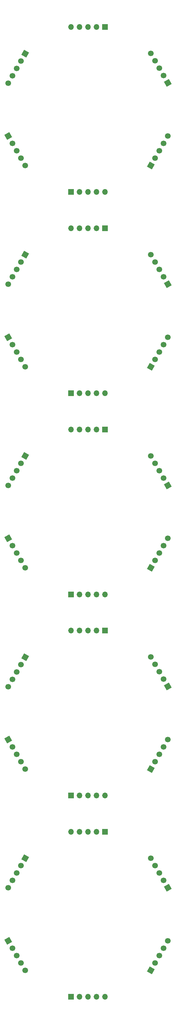
<source format=gbr>
%TF.GenerationSoftware,KiCad,Pcbnew,8.0.8*%
%TF.CreationDate,2025-04-07T12:48:12-04:00*%
%TF.ProjectId,pcb_tile_game_tile_panelized,7063625f-7469-46c6-955f-67616d655f74,rev?*%
%TF.SameCoordinates,Original*%
%TF.FileFunction,Soldermask,Bot*%
%TF.FilePolarity,Negative*%
%FSLAX46Y46*%
G04 Gerber Fmt 4.6, Leading zero omitted, Abs format (unit mm)*
G04 Created by KiCad (PCBNEW 8.0.8) date 2025-04-07 12:48:12*
%MOMM*%
%LPD*%
G01*
G04 APERTURE LIST*
G04 Aperture macros list*
%AMHorizOval*
0 Thick line with rounded ends*
0 $1 width*
0 $2 $3 position (X,Y) of the first rounded end (center of the circle)*
0 $4 $5 position (X,Y) of the second rounded end (center of the circle)*
0 Add line between two ends*
20,1,$1,$2,$3,$4,$5,0*
0 Add two circle primitives to create the rounded ends*
1,1,$1,$2,$3*
1,1,$1,$4,$5*%
%AMRotRect*
0 Rectangle, with rotation*
0 The origin of the aperture is its center*
0 $1 length*
0 $2 width*
0 $3 Rotation angle, in degrees counterclockwise*
0 Add horizontal line*
21,1,$1,$2,0,0,$3*%
G04 Aperture macros list end*
%ADD10R,1.700000X1.700000*%
%ADD11O,1.700000X1.700000*%
%ADD12RotRect,1.700000X1.700000X150.000000*%
%ADD13HorizOval,1.700000X0.000000X0.000000X0.000000X0.000000X0*%
%ADD14RotRect,1.700000X1.700000X330.000000*%
%ADD15HorizOval,1.700000X0.000000X0.000000X0.000000X0.000000X0*%
%ADD16RotRect,1.700000X1.700000X210.000000*%
%ADD17HorizOval,1.700000X0.000000X0.000000X0.000000X0.000000X0*%
%ADD18RotRect,1.700000X1.700000X30.000000*%
%ADD19HorizOval,1.700000X0.000000X0.000000X0.000000X0.000000X0*%
G04 APERTURE END LIST*
D10*
%TO.C,J2*%
X52300508Y-84600000D03*
D11*
X54840508Y-84600000D03*
X57380508Y-84600000D03*
X59920508Y-84600000D03*
X62460508Y-84600000D03*
%TD*%
D12*
%TO.C,J3*%
X76240508Y-76689409D03*
D13*
X77510508Y-74489704D03*
X78780508Y-72290000D03*
X80050508Y-70090295D03*
X81320508Y-67890591D03*
%TD*%
D14*
%TO.C,J6*%
X38620508Y-43300591D03*
D15*
X37350508Y-45500296D03*
X36080508Y-47700000D03*
X34810508Y-49899705D03*
X33540508Y-52099409D03*
%TD*%
D16*
%TO.C,J4*%
X81283857Y-52075928D03*
D17*
X80013857Y-49876223D03*
X78743857Y-47676519D03*
X77473857Y-45476814D03*
X76203857Y-43277110D03*
%TD*%
D18*
%TO.C,J1*%
X33540508Y-67900591D03*
D19*
X34810508Y-70100296D03*
X36080508Y-72300000D03*
X37350508Y-74499705D03*
X38620508Y-76699409D03*
%TD*%
D10*
%TO.C,J5*%
X62460508Y-35400000D03*
D11*
X59920508Y-35400000D03*
X57380508Y-35400000D03*
X54840508Y-35400000D03*
X52300508Y-35400000D03*
%TD*%
D10*
%TO.C,J2*%
X52300508Y-144600000D03*
D11*
X54840508Y-144600000D03*
X57380508Y-144600000D03*
X59920508Y-144600000D03*
X62460508Y-144600000D03*
%TD*%
D12*
%TO.C,J3*%
X76240508Y-136689409D03*
D13*
X77510508Y-134489704D03*
X78780508Y-132290000D03*
X80050508Y-130090295D03*
X81320508Y-127890591D03*
%TD*%
D14*
%TO.C,J6*%
X38620508Y-103300591D03*
D15*
X37350508Y-105500296D03*
X36080508Y-107700000D03*
X34810508Y-109899705D03*
X33540508Y-112099409D03*
%TD*%
D16*
%TO.C,J4*%
X81283857Y-112075928D03*
D17*
X80013857Y-109876223D03*
X78743857Y-107676519D03*
X77473857Y-105476814D03*
X76203857Y-103277110D03*
%TD*%
D18*
%TO.C,J1*%
X33540508Y-127900591D03*
D19*
X34810508Y-130100296D03*
X36080508Y-132300000D03*
X37350508Y-134499705D03*
X38620508Y-136699409D03*
%TD*%
D10*
%TO.C,J5*%
X62460508Y-95400000D03*
D11*
X59920508Y-95400000D03*
X57380508Y-95400000D03*
X54840508Y-95400000D03*
X52300508Y-95400000D03*
%TD*%
D10*
%TO.C,J2*%
X52300508Y-204600000D03*
D11*
X54840508Y-204600000D03*
X57380508Y-204600000D03*
X59920508Y-204600000D03*
X62460508Y-204600000D03*
%TD*%
D12*
%TO.C,J3*%
X76240508Y-196689409D03*
D13*
X77510508Y-194489704D03*
X78780508Y-192290000D03*
X80050508Y-190090295D03*
X81320508Y-187890591D03*
%TD*%
D14*
%TO.C,J6*%
X38620508Y-163300591D03*
D15*
X37350508Y-165500296D03*
X36080508Y-167700000D03*
X34810508Y-169899705D03*
X33540508Y-172099409D03*
%TD*%
D16*
%TO.C,J4*%
X81283857Y-172075928D03*
D17*
X80013857Y-169876223D03*
X78743857Y-167676519D03*
X77473857Y-165476814D03*
X76203857Y-163277110D03*
%TD*%
D18*
%TO.C,J1*%
X33540508Y-187900591D03*
D19*
X34810508Y-190100296D03*
X36080508Y-192300000D03*
X37350508Y-194499705D03*
X38620508Y-196699409D03*
%TD*%
D10*
%TO.C,J5*%
X62460508Y-155400000D03*
D11*
X59920508Y-155400000D03*
X57380508Y-155400000D03*
X54840508Y-155400000D03*
X52300508Y-155400000D03*
%TD*%
D10*
%TO.C,J2*%
X52300508Y-264600000D03*
D11*
X54840508Y-264600000D03*
X57380508Y-264600000D03*
X59920508Y-264600000D03*
X62460508Y-264600000D03*
%TD*%
D12*
%TO.C,J3*%
X76240508Y-256689409D03*
D13*
X77510508Y-254489704D03*
X78780508Y-252290000D03*
X80050508Y-250090295D03*
X81320508Y-247890591D03*
%TD*%
D14*
%TO.C,J6*%
X38620508Y-223300591D03*
D15*
X37350508Y-225500296D03*
X36080508Y-227700000D03*
X34810508Y-229899705D03*
X33540508Y-232099409D03*
%TD*%
D16*
%TO.C,J4*%
X81283857Y-232075928D03*
D17*
X80013857Y-229876223D03*
X78743857Y-227676519D03*
X77473857Y-225476814D03*
X76203857Y-223277110D03*
%TD*%
D18*
%TO.C,J1*%
X33540508Y-247900591D03*
D19*
X34810508Y-250100296D03*
X36080508Y-252300000D03*
X37350508Y-254499705D03*
X38620508Y-256699409D03*
%TD*%
D10*
%TO.C,J5*%
X62460508Y-215400000D03*
D11*
X59920508Y-215400000D03*
X57380508Y-215400000D03*
X54840508Y-215400000D03*
X52300508Y-215400000D03*
%TD*%
D10*
%TO.C,J2*%
X52300508Y-324600000D03*
D11*
X54840508Y-324600000D03*
X57380508Y-324600000D03*
X59920508Y-324600000D03*
X62460508Y-324600000D03*
%TD*%
D12*
%TO.C,J3*%
X76240508Y-316689409D03*
D13*
X77510508Y-314489704D03*
X78780508Y-312290000D03*
X80050508Y-310090295D03*
X81320508Y-307890591D03*
%TD*%
D14*
%TO.C,J6*%
X38620508Y-283300591D03*
D15*
X37350508Y-285500296D03*
X36080508Y-287700000D03*
X34810508Y-289899705D03*
X33540508Y-292099409D03*
%TD*%
D16*
%TO.C,J4*%
X81283857Y-292075928D03*
D17*
X80013857Y-289876223D03*
X78743857Y-287676519D03*
X77473857Y-285476814D03*
X76203857Y-283277110D03*
%TD*%
D18*
%TO.C,J1*%
X33540508Y-307900591D03*
D19*
X34810508Y-310100296D03*
X36080508Y-312300000D03*
X37350508Y-314499705D03*
X38620508Y-316699409D03*
%TD*%
D10*
%TO.C,J5*%
X62460508Y-275400000D03*
D11*
X59920508Y-275400000D03*
X57380508Y-275400000D03*
X54840508Y-275400000D03*
X52300508Y-275400000D03*
%TD*%
M02*

</source>
